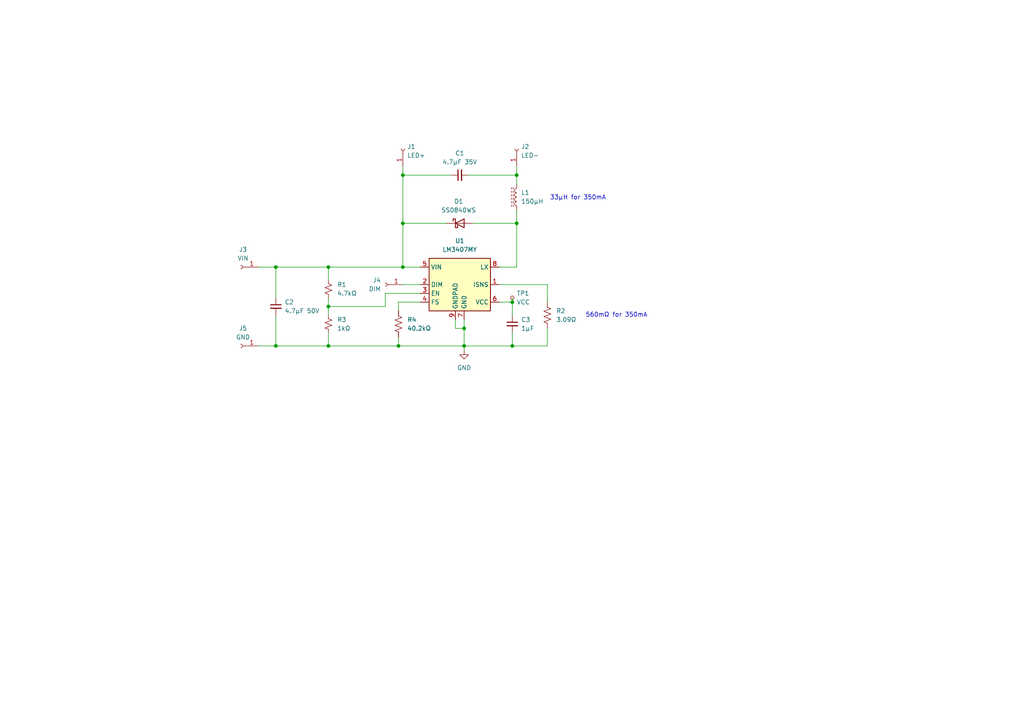
<source format=kicad_sch>
(kicad_sch (version 20231120) (generator "eeschema") (generator_version "8.0")
  (paper "A4")
  (lib_symbols
    (symbol "Connector:Conn_01x01_Socket" (pin_names (offset 1.016) hide)
      (property "Reference" "J" (at 0 2.54 0))
      (property "Value" "Conn_01x01_Socket" (at 0 -2.54 0))
      (symbol "Conn_01x01_Socket_1_1"
        (polyline (pts (xy -1.27 0) (xy -0.508 0)) (stroke (width 0.1524)))
        (arc (start 0 0.508) (mid -0.5058 0) (end 0 -0.508) (stroke (width 0.1524)))
        (pin passive line (at -5.08 0 0) (length 3.81) (name "Pin_1") (number "1"))
      )
    )
    (symbol "Connector:TestPoint_Small" (pin_numbers hide) (pin_names (offset 0.762) hide)
      (property "Reference" "TP" (at 0 3.81 0))
      (property "Value" "TestPoint_Small" (at 0 2.032 0))
      (symbol "TestPoint_Small_0_1"
        (circle (center 0 0) (radius 0.508))
      )
      (symbol "TestPoint_Small_1_1"
        (pin passive line (at 0 0 90) (length 0) (name "1") (number "1"))
      )
    )
    (symbol "Device:C_Small" (pin_numbers hide) (pin_names (offset 0.254) hide)
      (property "Reference" "C" (at 0.254 1.778 0))
      (property "Value" "C_Small" (at 0.254 -2.032 0))
      (symbol "C_Small_0_1"
        (polyline (pts (xy -1.524 -0.508) (xy 1.524 -0.508)) (stroke (width 0.3302)))
        (polyline (pts (xy -1.524 0.508) (xy 1.524 0.508)) (stroke (width 0.3048)))
      )
      (symbol "C_Small_1_1"
        (pin passive line (at 0 2.54 270) (length 2.032) (name "~") (number "1"))
        (pin passive line (at 0 -2.54 90) (length 2.032) (name "~") (number "2"))
      )
    )
    (symbol "Device:D_Schottky" (pin_numbers hide) (pin_names (offset 1.016) hide)
      (property "Reference" "D" (at 0 2.54 0))
      (property "Value" "D_Schottky" (at 0 -2.54 0))
      (symbol "D_Schottky_0_1"
        (polyline (pts (xy 1.27 0) (xy -1.27 0)))
        (polyline (pts (xy 1.27 1.27) (xy 1.27 -1.27) (xy -1.27 0) (xy 1.27 1.27)) (stroke (width 0.254)))
        (polyline (pts (xy -1.905 0.635) (xy -1.905 1.27) (xy -1.27 1.27) (xy -1.27 -1.27) (xy -0.635 -1.27) (xy -0.635 -0.635)) (stroke (width 0.254)))
      )
      (symbol "D_Schottky_1_1"
        (pin passive line (at -3.81 0 0) (length 2.54) (name "K") (number "1"))
        (pin passive line (at 3.81 0 180) (length 2.54) (name "A") (number "2"))
      )
    )
    (symbol "Device:L_Ferrite" (pin_numbers hide) (pin_names (offset 1.016) hide)
      (property "Reference" "L" (at -1.27 0 90))
      (property "Value" "L_Ferrite" (at 2.794 0 90))
      (symbol "L_Ferrite_0_1"
        (arc (start 0 -2.54) (mid 0.6323 -1.905) (end 0 -1.27))
        (arc (start 0 -1.27) (mid 0.6323 -0.635) (end 0 0))
        (polyline (pts (xy 1.016 -2.794) (xy 1.016 -2.286)))
        (polyline (pts (xy 1.016 -1.778) (xy 1.016 -1.27)))
        (polyline (pts (xy 1.016 -0.762) (xy 1.016 -0.254)))
        (polyline (pts (xy 1.016 0.254) (xy 1.016 0.762)))
        (polyline (pts (xy 1.016 1.27) (xy 1.016 1.778)))
        (polyline (pts (xy 1.016 2.286) (xy 1.016 2.794)))
        (polyline (pts (xy 1.524 -2.286) (xy 1.524 -2.794)))
        (polyline (pts (xy 1.524 -1.27) (xy 1.524 -1.778)))
        (polyline (pts (xy 1.524 -0.254) (xy 1.524 -0.762)))
        (polyline (pts (xy 1.524 0.762) (xy 1.524 0.254)))
        (polyline (pts (xy 1.524 1.778) (xy 1.524 1.27)))
        (polyline (pts (xy 1.524 2.794) (xy 1.524 2.286)))
        (arc (start 0 0) (mid 0.6323 0.635) (end 0 1.27))
        (arc (start 0 1.27) (mid 0.6323 1.905) (end 0 2.54))
      )
      (symbol "L_Ferrite_1_1"
        (pin passive line (at 0 3.81 270) (length 1.27) (name "1") (number "1"))
        (pin passive line (at 0 -3.81 90) (length 1.27) (name "2") (number "2"))
      )
    )
    (symbol "Device:R_Small_US" (pin_numbers hide) (pin_names (offset 0.254) hide)
      (property "Reference" "R" (at 0.762 0.508 0))
      (property "Value" "R_Small_US" (at 0.762 -1.016 0))
      (symbol "R_Small_US_1_1"
        (polyline (pts (xy 0 0) (xy 1.016 -0.381) (xy 0 -0.762) (xy -1.016 -1.143) (xy 0 -1.524)))
        (polyline (pts (xy 0 1.524) (xy 1.016 1.143) (xy 0 0.762) (xy -1.016 0.381) (xy 0 0)))
        (pin passive line (at 0 2.54 270) (length 1.016) (name "~") (number "1"))
        (pin passive line (at 0 -2.54 90) (length 1.016) (name "~") (number "2"))
      )
    )
    (symbol "Device:R_US" (pin_numbers hide) (pin_names (offset 0))
      (property "Reference" "R" (at 2.54 0 90))
      (property "Value" "R_US" (at -2.54 0 90))
      (symbol "R_US_0_1"
        (polyline (pts (xy 0 -2.286) (xy 0 -2.54)))
        (polyline (pts (xy 0 2.286) (xy 0 2.54)))
        (polyline (pts (xy 0 -0.762) (xy 1.016 -1.143) (xy 0 -1.524) (xy -1.016 -1.905) (xy 0 -2.286)))
        (polyline (pts (xy 0 0.762) (xy 1.016 0.381) (xy 0 0) (xy -1.016 -0.381) (xy 0 -0.762)))
        (polyline (pts (xy 0 2.286) (xy 1.016 1.905) (xy 0 1.524) (xy -1.016 1.143) (xy 0 0.762)))
      )
      (symbol "R_US_1_1"
        (pin passive line (at 0 3.81 270) (length 1.27) (name "~") (number "1"))
        (pin passive line (at 0 -3.81 90) (length 1.27) (name "~") (number "2"))
      )
    )
    (symbol "Regulator_Switching:LM3407MY"
      (property "Reference" "U" (at -7.62 8.89 0))
      (property "Value" "LM3407MY" (at 0 8.89 0))
      (symbol "LM3407MY_0_1"
        (rectangle (start -7.62 7.62) (end 10.16 -7.62) (stroke (width 0.254)) (fill (type background)))
      )
      (symbol "LM3407MY_1_1"
        (pin output line (at 12.7 0 180) (length 2.54) (name "ISNS") (number "1"))
        (pin input line (at -10.16 0 0) (length 2.54) (name "DIM") (number "2"))
        (pin input line (at -10.16 -2.54 0) (length 2.54) (name "EN") (number "3"))
        (pin output line (at -10.16 -5.08 0) (length 2.54) (name "FS") (number "4"))
        (pin power_in line (at -10.16 5.08 0) (length 2.54) (name "VIN") (number "5"))
        (pin output line (at 12.7 -5.08 180) (length 2.54) (name "VCC") (number "6"))
        (pin power_in line (at 2.54 -10.16 90) (length 2.54) (name "GND") (number "7"))
        (pin output line (at 12.7 5.08 180) (length 2.54) (name "LX") (number "8"))
        (pin power_in line (at 0 -10.16 90) (length 2.54) (name "GNDPAD") (number "9"))
      )
    )
    (symbol "power:GND" (power) (pin_numbers hide) (pin_names (offset 0) hide)
      (property "Value" "GND" (at 0 -3.81 0))
      (symbol "GND_0_1"
        (polyline (pts (xy 0 0) (xy 0 -1.27) (xy 1.27 -1.27) (xy 0 -2.54) (xy -1.27 -1.27) (xy 0 -1.27)))
      )
      (symbol "GND_1_1"
        (pin power_in line (at 0 0 270) (length 0) (name "~") (number "1"))
      )
    )
  )
  (junction (at 95.25 100.33))
  (junction (at 148.59 100.33))
  (junction (at 134.62 95.25))
  (junction (at 115.57 100.33))
  (junction (at 116.84 64.77))
  (junction (at 116.84 77.47))
  (junction (at 80.01 100.33))
  (junction (at 116.84 50.8))
  (junction (at 149.86 50.8))
  (junction (at 95.25 77.47))
  (junction (at 134.62 100.33))
  (junction (at 149.86 64.77))
  (junction (at 80.01 77.47))
  (junction (at 148.59 87.63))
  (junction (at 95.25 88.9))
  (wire (pts (xy 95.25 100.33) (xy 115.57 100.33)))
  (wire (pts (xy 95.25 96.52) (xy 95.25 100.33)))
  (wire (pts (xy 137.16 64.77) (xy 149.86 64.77)))
  (wire (pts (xy 116.84 64.77) (xy 116.84 77.47)))
  (wire (pts (xy 144.78 77.47) (xy 149.86 77.47)))
  (wire (pts (xy 148.59 96.52) (xy 148.59 100.33)))
  (wire (pts (xy 149.86 48.26) (xy 149.86 50.8)))
  (wire (pts (xy 95.25 77.47) (xy 95.25 81.28)))
  (wire (pts (xy 116.84 82.55) (xy 121.92 82.55)))
  (wire (pts (xy 116.84 50.8) (xy 116.84 64.77)))
  (wire (pts (xy 148.59 86.36) (xy 148.59 87.63)))
  (wire (pts (xy 130.81 50.8) (xy 116.84 50.8)))
  (wire (pts (xy 111.76 85.09) (xy 111.76 88.9)))
  (wire (pts (xy 149.86 77.47) (xy 149.86 64.77)))
  (wire (pts (xy 132.08 92.71) (xy 132.08 95.25)))
  (wire (pts (xy 158.75 82.55) (xy 158.75 87.63)))
  (wire (pts (xy 149.86 64.77) (xy 149.86 60.96)))
  (wire (pts (xy 80.01 77.47) (xy 80.01 86.36)))
  (wire (pts (xy 74.93 77.47) (xy 80.01 77.47)))
  (wire (pts (xy 121.92 87.63) (xy 115.57 87.63)))
  (wire (pts (xy 115.57 100.33) (xy 115.57 97.79)))
  (wire (pts (xy 121.92 85.09) (xy 111.76 85.09)))
  (wire (pts (xy 74.93 100.33) (xy 80.01 100.33)))
  (wire (pts (xy 135.89 50.8) (xy 149.86 50.8)))
  (wire (pts (xy 95.25 77.47) (xy 80.01 77.47)))
  (wire (pts (xy 129.54 64.77) (xy 116.84 64.77)))
  (wire (pts (xy 116.84 77.47) (xy 95.25 77.47)))
  (wire (pts (xy 158.75 100.33) (xy 148.59 100.33)))
  (wire (pts (xy 132.08 95.25) (xy 134.62 95.25)))
  (wire (pts (xy 111.76 88.9) (xy 95.25 88.9)))
  (wire (pts (xy 134.62 100.33) (xy 115.57 100.33)))
  (wire (pts (xy 148.59 100.33) (xy 134.62 100.33)))
  (wire (pts (xy 134.62 95.25) (xy 134.62 92.71)))
  (wire (pts (xy 144.78 82.55) (xy 158.75 82.55)))
  (wire (pts (xy 148.59 91.44) (xy 148.59 87.63)))
  (wire (pts (xy 148.59 87.63) (xy 144.78 87.63)))
  (wire (pts (xy 115.57 87.63) (xy 115.57 90.17)))
  (wire (pts (xy 95.25 86.36) (xy 95.25 88.9)))
  (wire (pts (xy 121.92 77.47) (xy 116.84 77.47)))
  (wire (pts (xy 134.62 101.6) (xy 134.62 100.33)))
  (wire (pts (xy 95.25 88.9) (xy 95.25 91.44)))
  (wire (pts (xy 158.75 95.25) (xy 158.75 100.33)))
  (wire (pts (xy 80.01 100.33) (xy 95.25 100.33)))
  (wire (pts (xy 80.01 91.44) (xy 80.01 100.33)))
  (wire (pts (xy 116.84 48.26) (xy 116.84 50.8)))
  (wire (pts (xy 149.86 50.8) (xy 149.86 53.34)))
  (wire (pts (xy 134.62 95.25) (xy 134.62 100.33)))
  (text "33µH for 350mA" (at 167.64 57.404 0) (effects (font (size 1.27 1.27))))
  (text "560mΩ for 350mA" (at 178.816 91.44 0) (effects (font (size 1.27 1.27))))
  (symbol (lib_id "Device:R_Small_US") (at 95.25 93.98 0) (unit 1)
    (property "Reference" "R3" (at 97.79 92.7099 0) (effects (justify left)))
    (property "Value" "1kΩ" (at 97.79 95.2499 0) (effects (justify left)))
    (property "Footprint" "Resistor_SMD:R_0603_1608Metric" (effects (hide yes)))
    (property "Description" "Resistor, small US symbol" (effects (hide yes)))
  )
  (symbol (lib_id "Connector:Conn_01x01_Socket") (at 111.76 82.55 180) (unit 1)
    (property "Reference" "J4" (at 110.49 81.2799 0) (effects (justify left)))
    (property "Value" "DIM" (at 110.49 83.8199 0) (effects (justify left)))
    (property "Footprint" "Connector_Wire:SolderWire-0.5sqmm_1x01_D0.9mm_OD2.1mm" (effects (hide yes)))
    (property "Description" "Generic connector, single row, 01x01, script generated" (effects (hide yes)))
  )
  (symbol (lib_id "Connector:TestPoint_Small") (at 148.59 86.36 0) (unit 1)
    (property "Reference" "TP1" (at 149.86 85.0899 0) (effects (justify left)))
    (property "Value" "VCC" (at 149.86 87.6299 0) (effects (justify left)))
    (property "Footprint" "TestPoint:TestPoint_Pad_D1.0mm" (effects (hide yes)))
    (property "Description" "test point" (effects (hide yes)))
  )
  (symbol (lib_id "Connector:Conn_01x01_Socket") (at 69.85 100.33 180) (unit 1)
    (property "Reference" "J5" (at 70.485 95.25 0))
    (property "Value" "GND" (at 70.485 97.79 0))
    (property "Footprint" "Connector_Wire:SolderWire-0.5sqmm_1x01_D0.9mm_OD2.1mm" (effects (hide yes)))
    (property "Description" "Generic connector, single row, 01x01, script generated" (effects (hide yes)))
  )
  (symbol (lib_id "Device:R_US") (at 115.57 93.98 0) (unit 1)
    (property "Reference" "R4" (at 118.11 92.7099 0) (effects (justify left)))
    (property "Value" "40.2kΩ" (at 118.11 95.2499 0) (effects (justify left)))
    (property "Footprint" "Resistor_SMD:R_0603_1608Metric" (effects (hide yes)))
    (property "Description" "Resistor, US symbol" (effects (hide yes)))
  )
  (symbol (lib_id "Regulator_Switching:LM3407MY") (at 132.08 82.55 0) (unit 1)
    (property "Reference" "U1" (at 133.35 69.85 0))
    (property "Value" "LM3407MY" (at 133.35 72.39 0))
    (property "Footprint" "Package_SO:MSOP-8-1EP_3x3mm_P0.65mm_EP1.73x1.85mm" (effects (hide yes)))
    (property "Datasheet" "http://www.ti.com/lit/ds/symlink/lm3407.pdf" (effects (hide yes)))
    (property "Description" "LED Lighting CC Floating Buck Switching Regulator, MSOP-8" (effects (hide yes)))
  )
  (symbol (lib_id "Device:L_Ferrite") (at 149.86 57.15 180) (unit 1)
    (property "Reference" "L1" (at 151.13 55.8799 0) (effects (justify right)))
    (property "Value" "150µH" (at 151.13 58.4199 0) (effects (justify right)))
    (property "Footprint" "BW_PassiveMechanical:L_Taiyo-Yuden_NR-40xx_HandSolderingCompact" (effects (hide yes)))
    (property "Description" "Inductor with ferrite core" (effects (hide yes)))
  )
  (symbol (lib_id "power:GND") (at 134.62 101.6 0) (unit 1)
    (property "Reference" "#PWR01" (effects (hide yes)))
    (property "Value" "GND" (at 134.62 106.68 0))
    (property "Description" "Power symbol creates a global label with name \"GND\" , ground" (effects (hide yes)))
  )
  (symbol (lib_id "Device:R_Small_US") (at 95.25 83.82 0) (unit 1)
    (property "Reference" "R1" (at 97.79 82.5499 0) (effects (justify left)))
    (property "Value" "4.7kΩ" (at 97.79 85.0899 0) (effects (justify left)))
    (property "Footprint" "Resistor_SMD:R_0603_1608Metric" (effects (hide yes)))
    (property "Description" "Resistor, small US symbol" (effects (hide yes)))
  )
  (symbol (lib_id "Device:R_US") (at 158.75 91.44 0) (unit 1)
    (property "Reference" "R2" (at 161.29 90.1699 0) (effects (justify left)))
    (property "Value" "3.09Ω" (at 161.29 92.7099 0) (effects (justify left)))
    (property "Footprint" "Resistor_SMD:R_0603_1608Metric" (effects (hide yes)))
    (property "Description" "Resistor, US symbol" (effects (hide yes)))
  )
  (symbol (lib_id "Device:D_Schottky") (at 133.35 64.77 0) (unit 1)
    (property "Reference" "D1" (at 133.0325 58.42 0))
    (property "Value" "SS0840WS" (at 133.0325 60.96 0))
    (property "Footprint" "Diode_SMD:D_SOD-323_HandSoldering" (effects (hide yes)))
    (property "Description" "Schottky diode" (effects (hide yes)))
  )
  (symbol (lib_id "Connector:Conn_01x01_Socket") (at 149.86 43.18 90) (unit 1)
    (property "Reference" "J2" (at 151.13 42.5449 90) (effects (justify right)))
    (property "Value" "LED-" (at 151.13 45.0849 90) (effects (justify right)))
    (property "Footprint" "Connector_Wire:SolderWire-0.5sqmm_1x01_D0.9mm_OD2.1mm" (effects (hide yes)))
    (property "Description" "Generic connector, single row, 01x01, script generated" (effects (hide yes)))
  )
  (symbol (lib_id "Connector:Conn_01x01_Socket") (at 116.84 43.18 90) (unit 1)
    (property "Reference" "J1" (at 118.11 42.5449 90) (effects (justify right)))
    (property "Value" "LED+" (at 118.11 45.0849 90) (effects (justify right)))
    (property "Footprint" "Connector_Wire:SolderWire-0.5sqmm_1x01_D0.9mm_OD2.1mm" (effects (hide yes)))
    (property "Description" "Generic connector, single row, 01x01, script generated" (effects (hide yes)))
  )
  (symbol (lib_id "Device:C_Small") (at 133.35 50.8 90) (unit 1)
    (property "Reference" "C1" (at 133.3563 44.45 90))
    (property "Value" "4.7µF 35V" (at 133.3563 46.99 90))
    (property "Footprint" "Capacitor_SMD:C_0805_2012Metric" (effects (hide yes)))
    (property "Description" "Unpolarized capacitor, small symbol" (effects (hide yes)))
  )
  (symbol (lib_id "Device:C_Small") (at 80.01 88.9 0) (unit 1)
    (property "Reference" "C2" (at 82.55 87.6362 0) (effects (justify left)))
    (property "Value" "4.7µF 50V" (at 82.55 90.1762 0) (effects (justify left)))
    (property "Footprint" "Capacitor_SMD:C_1206_3216Metric" (effects (hide yes)))
    (property "Description" "Unpolarized capacitor, small symbol" (effects (hide yes)))
  )
  (symbol (lib_id "Device:C_Small") (at 148.59 93.98 0) (unit 1)
    (property "Reference" "C3" (at 151.13 92.7162 0) (effects (justify left)))
    (property "Value" "1µF" (at 151.13 95.2562 0) (effects (justify left)))
    (property "Footprint" "Capacitor_SMD:C_0603_1608Metric" (effects (hide yes)))
    (property "Description" "Unpolarized capacitor, small symbol" (effects (hide yes)))
  )
  (symbol (lib_id "Connector:Conn_01x01_Socket") (at 69.85 77.47 180) (unit 1)
    (property "Reference" "J3" (at 70.485 72.39 0))
    (property "Value" "VIN" (at 70.485 74.93 0))
    (property "Footprint" "Connector_Wire:SolderWire-0.5sqmm_1x01_D0.9mm_OD2.1mm" (effects (hide yes)))
    (property "Description" "Generic connector, single row, 01x01, script generated" (effects (hide yes)))
  )
)
</source>
